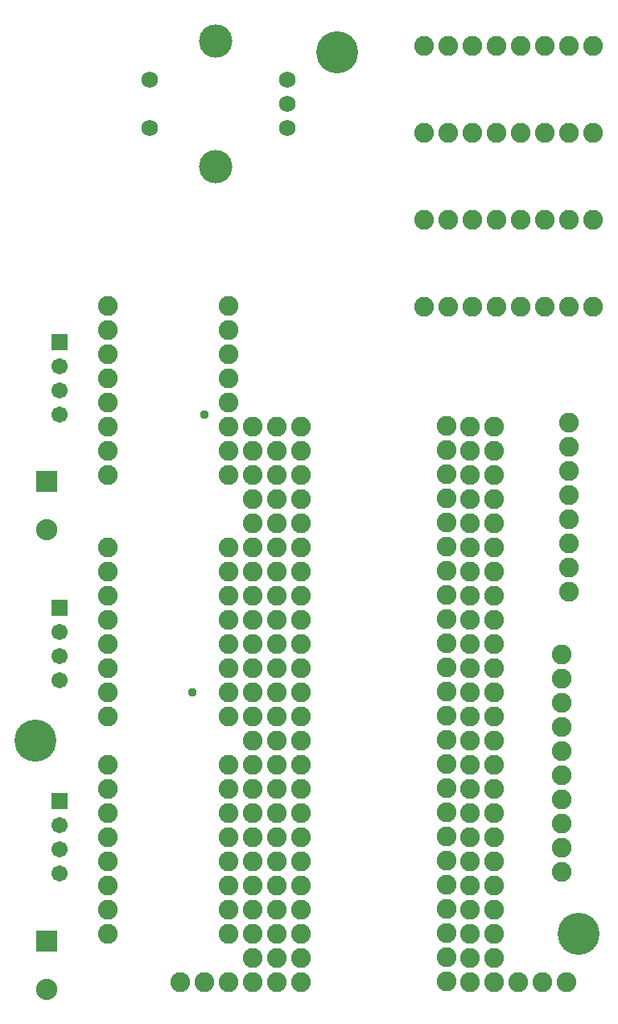
<source format=gbr>
G04 EAGLE Gerber RS-274X export*
G75*
%MOMM*%
%FSLAX34Y34*%
%LPD*%
%INSoldermask Bottom*%
%IPPOS*%
%AMOC8*
5,1,8,0,0,1.08239X$1,22.5*%
G01*
G04 Define Apertures*
%ADD10R,2.235200X2.235200*%
%ADD11C,2.235200*%
%ADD12C,2.082800*%
%ADD13C,1.727200*%
%ADD14C,3.505200*%
%ADD15R,1.711200X1.711200*%
%ADD16C,1.711200*%
%ADD17C,4.419600*%
%ADD18C,0.959600*%
D10*
X-306070Y563920D03*
D11*
X-306070Y513920D03*
D12*
X243151Y625818D03*
X243151Y600418D03*
X243151Y575018D03*
X243151Y549618D03*
X243151Y524218D03*
X243151Y498818D03*
X243151Y473418D03*
X243151Y448018D03*
D10*
X-306070Y80480D03*
D11*
X-306070Y30480D03*
D13*
X-53030Y961390D03*
X-197810Y986790D03*
D14*
X-127960Y1027430D03*
X-127960Y895350D03*
D13*
X-197810Y935990D03*
X-53030Y986790D03*
X-53030Y935990D03*
D12*
X91440Y1022350D03*
X116840Y1022350D03*
X142240Y1022350D03*
X167640Y1022350D03*
X193040Y1022350D03*
X218440Y1022350D03*
X243840Y1022350D03*
X269240Y1022350D03*
X91440Y930910D03*
X116840Y930910D03*
X142240Y930910D03*
X167640Y930910D03*
X193040Y930910D03*
X218440Y930910D03*
X243840Y930910D03*
X269240Y930910D03*
X91440Y839470D03*
X116840Y839470D03*
X142240Y839470D03*
X167640Y839470D03*
X193040Y839470D03*
X218440Y839470D03*
X243840Y839470D03*
X269240Y839470D03*
X90969Y748030D03*
X116369Y748030D03*
X141769Y748030D03*
X167169Y748030D03*
X192569Y748030D03*
X217969Y748030D03*
X243369Y748030D03*
X268769Y748030D03*
D15*
X-292100Y228600D03*
D16*
X-292100Y203200D03*
X-292100Y177800D03*
X-292100Y152400D03*
D15*
X-292100Y431800D03*
D16*
X-292100Y406400D03*
X-292100Y381000D03*
X-292100Y355600D03*
D15*
X-292100Y711200D03*
D16*
X-292100Y685800D03*
X-292100Y660400D03*
X-292100Y635000D03*
D12*
X236220Y153670D03*
X236220Y179070D03*
X236220Y204470D03*
X236220Y229870D03*
X236220Y255270D03*
X236220Y280670D03*
X236220Y306070D03*
X236220Y331470D03*
X236220Y356870D03*
X236220Y382270D03*
X-38100Y596900D03*
X-38100Y571500D03*
X-38100Y546100D03*
X-38100Y520700D03*
X-38100Y495300D03*
X-38100Y469900D03*
X-38100Y444500D03*
X-38100Y419100D03*
X-38100Y393700D03*
X-38100Y368300D03*
X-38100Y342900D03*
X-38100Y317500D03*
X-38100Y292100D03*
X-38100Y266700D03*
X-38100Y241300D03*
X-38100Y215900D03*
X-38100Y190500D03*
X-38100Y165100D03*
X-38100Y139700D03*
X-38100Y114300D03*
X-38100Y88900D03*
X-38100Y63500D03*
X-38100Y38100D03*
X-38100Y622300D03*
X114519Y63754D03*
X114519Y89154D03*
X114519Y114554D03*
X114519Y139954D03*
X114519Y165354D03*
X114519Y190754D03*
X114519Y216154D03*
X114519Y241554D03*
X114519Y266954D03*
X114519Y292354D03*
X114519Y317754D03*
X114519Y343154D03*
X114519Y368554D03*
X114519Y393954D03*
X114519Y419354D03*
X114519Y444754D03*
X114519Y470154D03*
X114519Y495554D03*
X114519Y520954D03*
X114519Y546354D03*
X114519Y571754D03*
X114519Y597154D03*
X114519Y622554D03*
X114519Y38354D03*
X139700Y63500D03*
X139700Y88900D03*
X139700Y114300D03*
X139700Y139700D03*
X139700Y165100D03*
X139700Y190500D03*
X139700Y215900D03*
X139700Y241300D03*
X139700Y266700D03*
X139700Y292100D03*
X139700Y317500D03*
X139700Y342900D03*
X139700Y368300D03*
X139700Y393700D03*
X139700Y419100D03*
X139700Y444500D03*
X139700Y469900D03*
X139700Y495300D03*
X139700Y520700D03*
X139700Y546100D03*
X139700Y571500D03*
X139700Y596900D03*
X139700Y622300D03*
X139700Y38100D03*
X165100Y63500D03*
X165100Y88900D03*
X165100Y114300D03*
X165100Y139700D03*
X165100Y165100D03*
X165100Y190500D03*
X165100Y215900D03*
X165100Y241300D03*
X165100Y266700D03*
X165100Y292100D03*
X165100Y317500D03*
X165100Y342900D03*
X165100Y368300D03*
X165100Y393700D03*
X165100Y419100D03*
X165100Y444500D03*
X165100Y469900D03*
X165100Y495300D03*
X165100Y520700D03*
X165100Y546100D03*
X165100Y571500D03*
X165100Y596900D03*
X165100Y622300D03*
X165100Y38100D03*
X-63500Y596900D03*
X-63500Y571500D03*
X-63500Y546100D03*
X-63500Y520700D03*
X-63500Y495300D03*
X-63500Y469900D03*
X-63500Y444500D03*
X-63500Y419100D03*
X-63500Y393700D03*
X-63500Y368300D03*
X-63500Y342900D03*
X-63500Y317500D03*
X-63500Y292100D03*
X-63500Y266700D03*
X-63500Y241300D03*
X-63500Y215900D03*
X-63500Y190500D03*
X-63500Y165100D03*
X-63500Y139700D03*
X-63500Y114300D03*
X-63500Y88900D03*
X-63500Y63500D03*
X-63500Y38100D03*
X-63500Y622300D03*
X-88900Y596900D03*
X-88900Y571500D03*
X-88900Y546100D03*
X-88900Y520700D03*
X-88900Y495300D03*
X-88900Y469900D03*
X-88900Y444500D03*
X-88900Y419100D03*
X-88900Y393700D03*
X-88900Y368300D03*
X-88900Y342900D03*
X-88900Y317500D03*
X-88900Y292100D03*
X-88900Y266700D03*
X-88900Y241300D03*
X-88900Y215900D03*
X-88900Y190500D03*
X-88900Y165100D03*
X-88900Y139700D03*
X-88900Y114300D03*
X-88900Y88900D03*
X-88900Y63500D03*
X-88900Y38100D03*
X-88900Y622300D03*
X-241300Y266700D03*
X-241300Y241300D03*
X-241300Y215900D03*
X-241300Y190500D03*
X-241300Y165100D03*
X-241300Y139700D03*
X-241300Y114300D03*
X-241300Y88900D03*
X-114300Y88900D03*
X-114300Y114300D03*
X-114300Y139700D03*
X-114300Y165100D03*
X-114300Y190500D03*
X-114300Y215900D03*
X-114300Y241300D03*
X-114300Y266700D03*
X-241300Y495300D03*
X-241300Y469900D03*
X-241300Y444500D03*
X-241300Y419100D03*
X-241300Y393700D03*
X-241300Y368300D03*
X-241300Y342900D03*
X-241300Y317500D03*
X-114300Y317500D03*
X-114300Y342900D03*
X-114300Y368300D03*
X-114300Y393700D03*
X-114300Y419100D03*
X-114300Y444500D03*
X-114300Y469900D03*
X-114300Y495300D03*
X-241300Y749300D03*
X-241300Y723900D03*
X-241300Y698500D03*
X-241300Y673100D03*
X-241300Y647700D03*
X-241300Y622300D03*
X-241300Y596900D03*
X-241300Y571500D03*
X-114300Y571500D03*
X-114300Y596900D03*
X-114300Y622300D03*
X-114300Y647700D03*
X-114300Y673100D03*
X-114300Y698500D03*
X-114300Y723900D03*
X-114300Y749300D03*
X190500Y38100D03*
X215900Y38100D03*
X241300Y38100D03*
X-165100Y38100D03*
X-139700Y38100D03*
X-114300Y38100D03*
D17*
X254000Y88900D03*
D18*
X-139700Y635000D03*
X-152400Y342900D03*
D17*
X0Y1016000D03*
X-317500Y292100D03*
M02*

</source>
